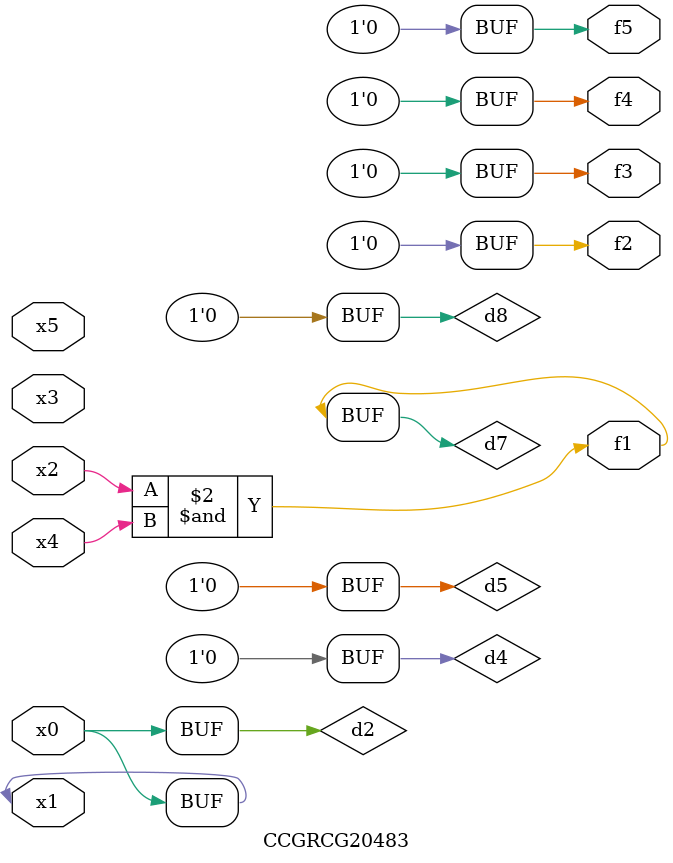
<source format=v>
module CCGRCG20483(
	input x0, x1, x2, x3, x4, x5,
	output f1, f2, f3, f4, f5
);

	wire d1, d2, d3, d4, d5, d6, d7, d8, d9;

	nand (d1, x1);
	buf (d2, x0, x1);
	nand (d3, x2, x4);
	and (d4, d1, d2);
	and (d5, d1, d2);
	nand (d6, d1, d3);
	not (d7, d3);
	xor (d8, d5);
	nor (d9, d5, d6);
	assign f1 = d7;
	assign f2 = d8;
	assign f3 = d8;
	assign f4 = d8;
	assign f5 = d8;
endmodule

</source>
